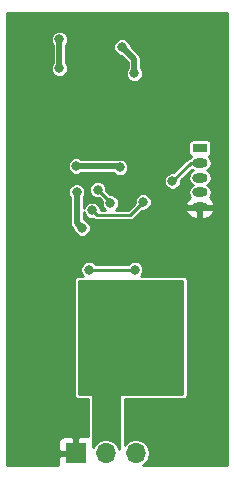
<source format=gbr>
G04 #@! TF.GenerationSoftware,KiCad,Pcbnew,5.0.0-rc2-be01b52~65~ubuntu17.10.1*
G04 #@! TF.CreationDate,2018-06-21T16:11:27-04:00*
G04 #@! TF.ProjectId,pmtcmini-h10721,706D74636D696E692D6831303732312E,rev?*
G04 #@! TF.SameCoordinates,Original*
G04 #@! TF.FileFunction,Copper,L2,Bot,Signal*
G04 #@! TF.FilePolarity,Positive*
%FSLAX46Y46*%
G04 Gerber Fmt 4.6, Leading zero omitted, Abs format (unit mm)*
G04 Created by KiCad (PCBNEW 5.0.0-rc2-be01b52~65~ubuntu17.10.1) date Thu Jun 21 16:11:27 2018*
%MOMM*%
%LPD*%
G01*
G04 APERTURE LIST*
G04 #@! TA.AperFunction,ComponentPad*
%ADD10R,1.300000X0.800000*%
G04 #@! TD*
G04 #@! TA.AperFunction,ComponentPad*
%ADD11O,1.300000X0.800000*%
G04 #@! TD*
G04 #@! TA.AperFunction,ComponentPad*
%ADD12R,1.700000X1.700000*%
G04 #@! TD*
G04 #@! TA.AperFunction,ComponentPad*
%ADD13O,1.700000X1.700000*%
G04 #@! TD*
G04 #@! TA.AperFunction,ViaPad*
%ADD14C,0.800000*%
G04 #@! TD*
G04 #@! TA.AperFunction,Conductor*
%ADD15C,0.250000*%
G04 #@! TD*
G04 #@! TA.AperFunction,Conductor*
%ADD16C,0.500000*%
G04 #@! TD*
G04 #@! TA.AperFunction,Conductor*
%ADD17C,0.254000*%
G04 #@! TD*
G04 APERTURE END LIST*
D10*
G04 #@! TO.P,J2,1*
G04 #@! TO.N,+3V3*
X141450000Y-65450000D03*
D11*
G04 #@! TO.P,J2,2*
G04 #@! TO.N,/SWDIO*
X141450000Y-66700000D03*
G04 #@! TO.P,J2,3*
G04 #@! TO.N,/SWCLK*
X141450000Y-67950000D03*
G04 #@! TO.P,J2,4*
G04 #@! TO.N,/RESET*
X141450000Y-69200000D03*
G04 #@! TO.P,J2,5*
G04 #@! TO.N,GND*
X141450000Y-70450000D03*
G04 #@! TD*
D12*
G04 #@! TO.P,J1,1*
G04 #@! TO.N,GND*
X130950000Y-91300000D03*
D13*
G04 #@! TO.P,J1,2*
G04 #@! TO.N,/PMT_ADJ*
X133490000Y-91300000D03*
G04 #@! TO.P,J1,3*
G04 #@! TO.N,/PMT_VDD*
X136030000Y-91300000D03*
G04 #@! TD*
D14*
G04 #@! TO.N,Net-(R4-Pad1)*
X133875000Y-70089597D03*
X132800000Y-68975000D03*
G04 #@! TO.N,GND*
X140900000Y-88600000D03*
X143050000Y-55350000D03*
X130900000Y-87300000D03*
X139300000Y-70650000D03*
X129600000Y-63700000D03*
X135900000Y-63650000D03*
X133600000Y-72000000D03*
X126225000Y-70275000D03*
X130100000Y-59950000D03*
X129400000Y-76325000D03*
G04 #@! TO.N,+3V3*
X129550000Y-56250000D03*
X129550000Y-58700000D03*
X135900000Y-59125000D03*
X134850000Y-56900000D03*
X131475000Y-72225000D03*
X131025000Y-69175000D03*
X130975000Y-66975000D03*
X134675000Y-67100000D03*
G04 #@! TO.N,GND*
X142150000Y-63275000D03*
G04 #@! TO.N,/SWDIO*
X139125000Y-68250000D03*
G04 #@! TO.N,/RESET*
X132325000Y-70725000D03*
X136650000Y-70025000D03*
G04 #@! TO.N,GNDA*
X135350000Y-85450000D03*
X136550000Y-79200000D03*
X132385000Y-85650000D03*
G04 #@! TO.N,/PMT_EN*
X132050000Y-75750000D03*
X135950000Y-75750000D03*
G04 #@! TD*
D15*
G04 #@! TO.N,Net-(R4-Pad1)*
X133875000Y-70089597D02*
X133875000Y-70050000D01*
X133875000Y-70050000D02*
X132800000Y-68975000D01*
D16*
G04 #@! TO.N,+3V3*
X129550000Y-58700000D02*
X129550000Y-56250000D01*
X135900000Y-57950000D02*
X134850000Y-56900000D01*
X135900000Y-59125000D02*
X135900000Y-57950000D01*
X134550000Y-66975000D02*
X134675000Y-67100000D01*
X130975000Y-66975000D02*
X134550000Y-66975000D01*
X131025000Y-71775000D02*
X131475000Y-72225000D01*
X131025000Y-69175000D02*
X131025000Y-71775000D01*
D15*
G04 #@! TO.N,/SWDIO*
X140750000Y-66700000D02*
X141450000Y-66700000D01*
X140675000Y-66700000D02*
X140750000Y-66700000D01*
X139125000Y-68250000D02*
X140675000Y-66700000D01*
G04 #@! TO.N,/RESET*
X141450000Y-69200000D02*
X141200000Y-69200000D01*
X135550001Y-71124999D02*
X136650000Y-70025000D01*
X132325000Y-70725000D02*
X132724999Y-71124999D01*
X132724999Y-71124999D02*
X135550001Y-71124999D01*
G04 #@! TO.N,/PMT_EN*
X132050000Y-75750000D02*
X135950000Y-75750000D01*
G04 #@! TD*
D17*
G04 #@! TO.N,GNDA*
G36*
X139973000Y-86273000D02*
X134750000Y-86273000D01*
X134701399Y-86282667D01*
X134660197Y-86310197D01*
X134632667Y-86351399D01*
X134623000Y-86400000D01*
X134623000Y-90962877D01*
X134598709Y-90840758D01*
X134338569Y-90451431D01*
X133949242Y-90191291D01*
X133605920Y-90123000D01*
X133374080Y-90123000D01*
X133030758Y-90191291D01*
X132641431Y-90451431D01*
X132427000Y-90772350D01*
X132427000Y-86400000D01*
X132417333Y-86351399D01*
X132389803Y-86310197D01*
X132348601Y-86282667D01*
X132300000Y-86273000D01*
X131227000Y-86273000D01*
X131227000Y-76727000D01*
X139973000Y-76727000D01*
X139973000Y-86273000D01*
X139973000Y-86273000D01*
G37*
X139973000Y-86273000D02*
X134750000Y-86273000D01*
X134701399Y-86282667D01*
X134660197Y-86310197D01*
X134632667Y-86351399D01*
X134623000Y-86400000D01*
X134623000Y-90962877D01*
X134598709Y-90840758D01*
X134338569Y-90451431D01*
X133949242Y-90191291D01*
X133605920Y-90123000D01*
X133374080Y-90123000D01*
X133030758Y-90191291D01*
X132641431Y-90451431D01*
X132427000Y-90772350D01*
X132427000Y-86400000D01*
X132417333Y-86351399D01*
X132389803Y-86310197D01*
X132348601Y-86282667D01*
X132300000Y-86273000D01*
X131227000Y-86273000D01*
X131227000Y-76727000D01*
X139973000Y-76727000D01*
X139973000Y-86273000D01*
G04 #@! TO.N,GND*
G36*
X143748001Y-92298000D02*
X136654930Y-92298000D01*
X136878569Y-92148569D01*
X137138709Y-91759242D01*
X137230058Y-91300000D01*
X137138709Y-90840758D01*
X136878569Y-90451431D01*
X136489242Y-90191291D01*
X136145920Y-90123000D01*
X135914080Y-90123000D01*
X135570758Y-90191291D01*
X135181431Y-90451431D01*
X135077000Y-90607723D01*
X135077000Y-86727000D01*
X140100000Y-86727000D01*
X140225137Y-86702109D01*
X140331224Y-86631224D01*
X140402109Y-86525137D01*
X140427000Y-86400000D01*
X140427000Y-76600000D01*
X140402109Y-76474863D01*
X140331224Y-76368776D01*
X140225137Y-76297891D01*
X140100000Y-76273000D01*
X136455134Y-76273000D01*
X136566321Y-76161813D01*
X136677000Y-75894609D01*
X136677000Y-75605391D01*
X136566321Y-75338187D01*
X136361813Y-75133679D01*
X136094609Y-75023000D01*
X135805391Y-75023000D01*
X135538187Y-75133679D01*
X135373866Y-75298000D01*
X132626134Y-75298000D01*
X132461813Y-75133679D01*
X132194609Y-75023000D01*
X131905391Y-75023000D01*
X131638187Y-75133679D01*
X131433679Y-75338187D01*
X131323000Y-75605391D01*
X131323000Y-75894609D01*
X131433679Y-76161813D01*
X131544866Y-76273000D01*
X131100000Y-76273000D01*
X130974863Y-76297891D01*
X130868776Y-76368776D01*
X130797891Y-76474863D01*
X130773000Y-76600000D01*
X130773000Y-86400000D01*
X130797891Y-86525137D01*
X130868776Y-86631224D01*
X130974863Y-86702109D01*
X131100000Y-86727000D01*
X131973000Y-86727000D01*
X131973000Y-89834340D01*
X131926310Y-89815000D01*
X131235750Y-89815000D01*
X131077000Y-89973750D01*
X131077000Y-91173000D01*
X131097000Y-91173000D01*
X131097000Y-91427000D01*
X131077000Y-91427000D01*
X131077000Y-91447000D01*
X130823000Y-91447000D01*
X130823000Y-91427000D01*
X129623750Y-91427000D01*
X129465000Y-91585750D01*
X129465000Y-92276309D01*
X129473985Y-92298000D01*
X125127000Y-92298000D01*
X125127000Y-90323691D01*
X129465000Y-90323691D01*
X129465000Y-91014250D01*
X129623750Y-91173000D01*
X130823000Y-91173000D01*
X130823000Y-89973750D01*
X130664250Y-89815000D01*
X129973690Y-89815000D01*
X129740301Y-89911673D01*
X129561673Y-90090302D01*
X129465000Y-90323691D01*
X125127000Y-90323691D01*
X125127000Y-69030391D01*
X130298000Y-69030391D01*
X130298000Y-69319609D01*
X130408679Y-69586813D01*
X130448000Y-69626134D01*
X130448001Y-71718167D01*
X130436696Y-71775000D01*
X130453044Y-71857183D01*
X130481479Y-72000134D01*
X130609007Y-72190994D01*
X130657186Y-72223186D01*
X130748000Y-72314000D01*
X130748000Y-72369609D01*
X130858679Y-72636813D01*
X131063187Y-72841321D01*
X131330391Y-72952000D01*
X131619609Y-72952000D01*
X131886813Y-72841321D01*
X132091321Y-72636813D01*
X132202000Y-72369609D01*
X132202000Y-72080391D01*
X132091321Y-71813187D01*
X131886813Y-71608679D01*
X131619609Y-71498000D01*
X131602000Y-71498000D01*
X131602000Y-70879266D01*
X131708679Y-71136813D01*
X131913187Y-71341321D01*
X132180391Y-71452000D01*
X132400812Y-71452000D01*
X132436865Y-71476090D01*
X132548637Y-71550774D01*
X132724998Y-71585854D01*
X132769516Y-71576999D01*
X135505483Y-71576999D01*
X135550001Y-71585854D01*
X135594519Y-71576999D01*
X135726363Y-71550774D01*
X135875875Y-71450873D01*
X135901094Y-71413130D01*
X136562224Y-70752000D01*
X136794609Y-70752000D01*
X136832939Y-70736123D01*
X140205334Y-70736123D01*
X140215013Y-70812969D01*
X140428893Y-71162278D01*
X140760167Y-71403149D01*
X141158402Y-71498912D01*
X141323000Y-71333756D01*
X141323000Y-70577000D01*
X141577000Y-70577000D01*
X141577000Y-71333756D01*
X141741598Y-71498912D01*
X142139833Y-71403149D01*
X142471107Y-71162278D01*
X142684987Y-70812969D01*
X142694666Y-70736123D01*
X142566998Y-70577000D01*
X141577000Y-70577000D01*
X141323000Y-70577000D01*
X140333002Y-70577000D01*
X140205334Y-70736123D01*
X136832939Y-70736123D01*
X137061813Y-70641321D01*
X137266321Y-70436813D01*
X137377000Y-70169609D01*
X137377000Y-69880391D01*
X137266321Y-69613187D01*
X137061813Y-69408679D01*
X136794609Y-69298000D01*
X136505391Y-69298000D01*
X136238187Y-69408679D01*
X136033679Y-69613187D01*
X135923000Y-69880391D01*
X135923000Y-70112776D01*
X135362777Y-70672999D01*
X134319732Y-70672999D01*
X134491321Y-70501410D01*
X134602000Y-70234206D01*
X134602000Y-69944988D01*
X134491321Y-69677784D01*
X134286813Y-69473276D01*
X134019609Y-69362597D01*
X133826821Y-69362597D01*
X133527000Y-69062776D01*
X133527000Y-68830391D01*
X133416321Y-68563187D01*
X133211813Y-68358679D01*
X132944609Y-68248000D01*
X132655391Y-68248000D01*
X132388187Y-68358679D01*
X132183679Y-68563187D01*
X132073000Y-68830391D01*
X132073000Y-69119609D01*
X132183679Y-69386813D01*
X132388187Y-69591321D01*
X132655391Y-69702000D01*
X132887776Y-69702000D01*
X133148000Y-69962224D01*
X133148000Y-70234206D01*
X133258679Y-70501410D01*
X133430268Y-70672999D01*
X133052000Y-70672999D01*
X133052000Y-70580391D01*
X132941321Y-70313187D01*
X132736813Y-70108679D01*
X132469609Y-69998000D01*
X132180391Y-69998000D01*
X131913187Y-70108679D01*
X131708679Y-70313187D01*
X131602000Y-70570734D01*
X131602000Y-69626134D01*
X131641321Y-69586813D01*
X131752000Y-69319609D01*
X131752000Y-69030391D01*
X131641321Y-68763187D01*
X131436813Y-68558679D01*
X131169609Y-68448000D01*
X130880391Y-68448000D01*
X130613187Y-68558679D01*
X130408679Y-68763187D01*
X130298000Y-69030391D01*
X125127000Y-69030391D01*
X125127000Y-68105391D01*
X138398000Y-68105391D01*
X138398000Y-68394609D01*
X138508679Y-68661813D01*
X138713187Y-68866321D01*
X138980391Y-68977000D01*
X139269609Y-68977000D01*
X139536813Y-68866321D01*
X139741321Y-68661813D01*
X139852000Y-68394609D01*
X139852000Y-68162224D01*
X140744336Y-67269889D01*
X140826815Y-67325000D01*
X140675863Y-67425863D01*
X140515182Y-67666339D01*
X140458758Y-67950000D01*
X140515182Y-68233661D01*
X140675863Y-68474137D01*
X140826815Y-68575000D01*
X140675863Y-68675863D01*
X140515182Y-68916339D01*
X140458758Y-69200000D01*
X140515182Y-69483661D01*
X140601218Y-69612423D01*
X140428893Y-69737722D01*
X140215013Y-70087031D01*
X140205334Y-70163877D01*
X140333002Y-70323000D01*
X141323000Y-70323000D01*
X141323000Y-70303000D01*
X141577000Y-70303000D01*
X141577000Y-70323000D01*
X142566998Y-70323000D01*
X142694666Y-70163877D01*
X142684987Y-70087031D01*
X142471107Y-69737722D01*
X142298782Y-69612423D01*
X142384818Y-69483661D01*
X142441242Y-69200000D01*
X142384818Y-68916339D01*
X142224137Y-68675863D01*
X142073185Y-68575000D01*
X142224137Y-68474137D01*
X142384818Y-68233661D01*
X142441242Y-67950000D01*
X142384818Y-67666339D01*
X142224137Y-67425863D01*
X142073185Y-67325000D01*
X142224137Y-67224137D01*
X142384818Y-66983661D01*
X142441242Y-66700000D01*
X142384818Y-66416339D01*
X142224137Y-66175863D01*
X142204359Y-66162648D01*
X142227589Y-66158027D01*
X142335754Y-66085754D01*
X142408027Y-65977589D01*
X142433406Y-65850000D01*
X142433406Y-65050000D01*
X142408027Y-64922411D01*
X142335754Y-64814246D01*
X142227589Y-64741973D01*
X142100000Y-64716594D01*
X140800000Y-64716594D01*
X140672411Y-64741973D01*
X140564246Y-64814246D01*
X140491973Y-64922411D01*
X140466594Y-65050000D01*
X140466594Y-65850000D01*
X140491973Y-65977589D01*
X140564246Y-66085754D01*
X140672411Y-66158027D01*
X140695641Y-66162648D01*
X140675863Y-66175863D01*
X140627231Y-66248647D01*
X140498638Y-66274225D01*
X140349126Y-66374126D01*
X140323909Y-66411867D01*
X139212776Y-67523000D01*
X138980391Y-67523000D01*
X138713187Y-67633679D01*
X138508679Y-67838187D01*
X138398000Y-68105391D01*
X125127000Y-68105391D01*
X125127000Y-66830391D01*
X130248000Y-66830391D01*
X130248000Y-67119609D01*
X130358679Y-67386813D01*
X130563187Y-67591321D01*
X130830391Y-67702000D01*
X131119609Y-67702000D01*
X131386813Y-67591321D01*
X131426134Y-67552000D01*
X134098866Y-67552000D01*
X134263187Y-67716321D01*
X134530391Y-67827000D01*
X134819609Y-67827000D01*
X135086813Y-67716321D01*
X135291321Y-67511813D01*
X135402000Y-67244609D01*
X135402000Y-66955391D01*
X135291321Y-66688187D01*
X135086813Y-66483679D01*
X134819609Y-66373000D01*
X134530391Y-66373000D01*
X134470035Y-66398000D01*
X131426134Y-66398000D01*
X131386813Y-66358679D01*
X131119609Y-66248000D01*
X130830391Y-66248000D01*
X130563187Y-66358679D01*
X130358679Y-66563187D01*
X130248000Y-66830391D01*
X125127000Y-66830391D01*
X125127000Y-56105391D01*
X128823000Y-56105391D01*
X128823000Y-56394609D01*
X128933679Y-56661813D01*
X128973001Y-56701135D01*
X128973000Y-58248866D01*
X128933679Y-58288187D01*
X128823000Y-58555391D01*
X128823000Y-58844609D01*
X128933679Y-59111813D01*
X129138187Y-59316321D01*
X129405391Y-59427000D01*
X129694609Y-59427000D01*
X129961813Y-59316321D01*
X130166321Y-59111813D01*
X130277000Y-58844609D01*
X130277000Y-58555391D01*
X130166321Y-58288187D01*
X130127000Y-58248866D01*
X130127000Y-56755391D01*
X134123000Y-56755391D01*
X134123000Y-57044609D01*
X134233679Y-57311813D01*
X134438187Y-57516321D01*
X134705391Y-57627000D01*
X134761000Y-57627000D01*
X135323001Y-58189002D01*
X135323000Y-58673866D01*
X135283679Y-58713187D01*
X135173000Y-58980391D01*
X135173000Y-59269609D01*
X135283679Y-59536813D01*
X135488187Y-59741321D01*
X135755391Y-59852000D01*
X136044609Y-59852000D01*
X136311813Y-59741321D01*
X136516321Y-59536813D01*
X136627000Y-59269609D01*
X136627000Y-58980391D01*
X136516321Y-58713187D01*
X136477000Y-58673866D01*
X136477000Y-58006827D01*
X136488304Y-57949999D01*
X136477000Y-57893171D01*
X136443522Y-57724866D01*
X136315994Y-57534006D01*
X136267815Y-57501814D01*
X135577000Y-56811000D01*
X135577000Y-56755391D01*
X135466321Y-56488187D01*
X135261813Y-56283679D01*
X134994609Y-56173000D01*
X134705391Y-56173000D01*
X134438187Y-56283679D01*
X134233679Y-56488187D01*
X134123000Y-56755391D01*
X130127000Y-56755391D01*
X130127000Y-56701134D01*
X130166321Y-56661813D01*
X130277000Y-56394609D01*
X130277000Y-56105391D01*
X130166321Y-55838187D01*
X129961813Y-55633679D01*
X129694609Y-55523000D01*
X129405391Y-55523000D01*
X129138187Y-55633679D01*
X128933679Y-55838187D01*
X128823000Y-56105391D01*
X125127000Y-56105391D01*
X125127000Y-54002000D01*
X143748000Y-54002000D01*
X143748001Y-92298000D01*
X143748001Y-92298000D01*
G37*
X143748001Y-92298000D02*
X136654930Y-92298000D01*
X136878569Y-92148569D01*
X137138709Y-91759242D01*
X137230058Y-91300000D01*
X137138709Y-90840758D01*
X136878569Y-90451431D01*
X136489242Y-90191291D01*
X136145920Y-90123000D01*
X135914080Y-90123000D01*
X135570758Y-90191291D01*
X135181431Y-90451431D01*
X135077000Y-90607723D01*
X135077000Y-86727000D01*
X140100000Y-86727000D01*
X140225137Y-86702109D01*
X140331224Y-86631224D01*
X140402109Y-86525137D01*
X140427000Y-86400000D01*
X140427000Y-76600000D01*
X140402109Y-76474863D01*
X140331224Y-76368776D01*
X140225137Y-76297891D01*
X140100000Y-76273000D01*
X136455134Y-76273000D01*
X136566321Y-76161813D01*
X136677000Y-75894609D01*
X136677000Y-75605391D01*
X136566321Y-75338187D01*
X136361813Y-75133679D01*
X136094609Y-75023000D01*
X135805391Y-75023000D01*
X135538187Y-75133679D01*
X135373866Y-75298000D01*
X132626134Y-75298000D01*
X132461813Y-75133679D01*
X132194609Y-75023000D01*
X131905391Y-75023000D01*
X131638187Y-75133679D01*
X131433679Y-75338187D01*
X131323000Y-75605391D01*
X131323000Y-75894609D01*
X131433679Y-76161813D01*
X131544866Y-76273000D01*
X131100000Y-76273000D01*
X130974863Y-76297891D01*
X130868776Y-76368776D01*
X130797891Y-76474863D01*
X130773000Y-76600000D01*
X130773000Y-86400000D01*
X130797891Y-86525137D01*
X130868776Y-86631224D01*
X130974863Y-86702109D01*
X131100000Y-86727000D01*
X131973000Y-86727000D01*
X131973000Y-89834340D01*
X131926310Y-89815000D01*
X131235750Y-89815000D01*
X131077000Y-89973750D01*
X131077000Y-91173000D01*
X131097000Y-91173000D01*
X131097000Y-91427000D01*
X131077000Y-91427000D01*
X131077000Y-91447000D01*
X130823000Y-91447000D01*
X130823000Y-91427000D01*
X129623750Y-91427000D01*
X129465000Y-91585750D01*
X129465000Y-92276309D01*
X129473985Y-92298000D01*
X125127000Y-92298000D01*
X125127000Y-90323691D01*
X129465000Y-90323691D01*
X129465000Y-91014250D01*
X129623750Y-91173000D01*
X130823000Y-91173000D01*
X130823000Y-89973750D01*
X130664250Y-89815000D01*
X129973690Y-89815000D01*
X129740301Y-89911673D01*
X129561673Y-90090302D01*
X129465000Y-90323691D01*
X125127000Y-90323691D01*
X125127000Y-69030391D01*
X130298000Y-69030391D01*
X130298000Y-69319609D01*
X130408679Y-69586813D01*
X130448000Y-69626134D01*
X130448001Y-71718167D01*
X130436696Y-71775000D01*
X130453044Y-71857183D01*
X130481479Y-72000134D01*
X130609007Y-72190994D01*
X130657186Y-72223186D01*
X130748000Y-72314000D01*
X130748000Y-72369609D01*
X130858679Y-72636813D01*
X131063187Y-72841321D01*
X131330391Y-72952000D01*
X131619609Y-72952000D01*
X131886813Y-72841321D01*
X132091321Y-72636813D01*
X132202000Y-72369609D01*
X132202000Y-72080391D01*
X132091321Y-71813187D01*
X131886813Y-71608679D01*
X131619609Y-71498000D01*
X131602000Y-71498000D01*
X131602000Y-70879266D01*
X131708679Y-71136813D01*
X131913187Y-71341321D01*
X132180391Y-71452000D01*
X132400812Y-71452000D01*
X132436865Y-71476090D01*
X132548637Y-71550774D01*
X132724998Y-71585854D01*
X132769516Y-71576999D01*
X135505483Y-71576999D01*
X135550001Y-71585854D01*
X135594519Y-71576999D01*
X135726363Y-71550774D01*
X135875875Y-71450873D01*
X135901094Y-71413130D01*
X136562224Y-70752000D01*
X136794609Y-70752000D01*
X136832939Y-70736123D01*
X140205334Y-70736123D01*
X140215013Y-70812969D01*
X140428893Y-71162278D01*
X140760167Y-71403149D01*
X141158402Y-71498912D01*
X141323000Y-71333756D01*
X141323000Y-70577000D01*
X141577000Y-70577000D01*
X141577000Y-71333756D01*
X141741598Y-71498912D01*
X142139833Y-71403149D01*
X142471107Y-71162278D01*
X142684987Y-70812969D01*
X142694666Y-70736123D01*
X142566998Y-70577000D01*
X141577000Y-70577000D01*
X141323000Y-70577000D01*
X140333002Y-70577000D01*
X140205334Y-70736123D01*
X136832939Y-70736123D01*
X137061813Y-70641321D01*
X137266321Y-70436813D01*
X137377000Y-70169609D01*
X137377000Y-69880391D01*
X137266321Y-69613187D01*
X137061813Y-69408679D01*
X136794609Y-69298000D01*
X136505391Y-69298000D01*
X136238187Y-69408679D01*
X136033679Y-69613187D01*
X135923000Y-69880391D01*
X135923000Y-70112776D01*
X135362777Y-70672999D01*
X134319732Y-70672999D01*
X134491321Y-70501410D01*
X134602000Y-70234206D01*
X134602000Y-69944988D01*
X134491321Y-69677784D01*
X134286813Y-69473276D01*
X134019609Y-69362597D01*
X133826821Y-69362597D01*
X133527000Y-69062776D01*
X133527000Y-68830391D01*
X133416321Y-68563187D01*
X133211813Y-68358679D01*
X132944609Y-68248000D01*
X132655391Y-68248000D01*
X132388187Y-68358679D01*
X132183679Y-68563187D01*
X132073000Y-68830391D01*
X132073000Y-69119609D01*
X132183679Y-69386813D01*
X132388187Y-69591321D01*
X132655391Y-69702000D01*
X132887776Y-69702000D01*
X133148000Y-69962224D01*
X133148000Y-70234206D01*
X133258679Y-70501410D01*
X133430268Y-70672999D01*
X133052000Y-70672999D01*
X133052000Y-70580391D01*
X132941321Y-70313187D01*
X132736813Y-70108679D01*
X132469609Y-69998000D01*
X132180391Y-69998000D01*
X131913187Y-70108679D01*
X131708679Y-70313187D01*
X131602000Y-70570734D01*
X131602000Y-69626134D01*
X131641321Y-69586813D01*
X131752000Y-69319609D01*
X131752000Y-69030391D01*
X131641321Y-68763187D01*
X131436813Y-68558679D01*
X131169609Y-68448000D01*
X130880391Y-68448000D01*
X130613187Y-68558679D01*
X130408679Y-68763187D01*
X130298000Y-69030391D01*
X125127000Y-69030391D01*
X125127000Y-68105391D01*
X138398000Y-68105391D01*
X138398000Y-68394609D01*
X138508679Y-68661813D01*
X138713187Y-68866321D01*
X138980391Y-68977000D01*
X139269609Y-68977000D01*
X139536813Y-68866321D01*
X139741321Y-68661813D01*
X139852000Y-68394609D01*
X139852000Y-68162224D01*
X140744336Y-67269889D01*
X140826815Y-67325000D01*
X140675863Y-67425863D01*
X140515182Y-67666339D01*
X140458758Y-67950000D01*
X140515182Y-68233661D01*
X140675863Y-68474137D01*
X140826815Y-68575000D01*
X140675863Y-68675863D01*
X140515182Y-68916339D01*
X140458758Y-69200000D01*
X140515182Y-69483661D01*
X140601218Y-69612423D01*
X140428893Y-69737722D01*
X140215013Y-70087031D01*
X140205334Y-70163877D01*
X140333002Y-70323000D01*
X141323000Y-70323000D01*
X141323000Y-70303000D01*
X141577000Y-70303000D01*
X141577000Y-70323000D01*
X142566998Y-70323000D01*
X142694666Y-70163877D01*
X142684987Y-70087031D01*
X142471107Y-69737722D01*
X142298782Y-69612423D01*
X142384818Y-69483661D01*
X142441242Y-69200000D01*
X142384818Y-68916339D01*
X142224137Y-68675863D01*
X142073185Y-68575000D01*
X142224137Y-68474137D01*
X142384818Y-68233661D01*
X142441242Y-67950000D01*
X142384818Y-67666339D01*
X142224137Y-67425863D01*
X142073185Y-67325000D01*
X142224137Y-67224137D01*
X142384818Y-66983661D01*
X142441242Y-66700000D01*
X142384818Y-66416339D01*
X142224137Y-66175863D01*
X142204359Y-66162648D01*
X142227589Y-66158027D01*
X142335754Y-66085754D01*
X142408027Y-65977589D01*
X142433406Y-65850000D01*
X142433406Y-65050000D01*
X142408027Y-64922411D01*
X142335754Y-64814246D01*
X142227589Y-64741973D01*
X142100000Y-64716594D01*
X140800000Y-64716594D01*
X140672411Y-64741973D01*
X140564246Y-64814246D01*
X140491973Y-64922411D01*
X140466594Y-65050000D01*
X140466594Y-65850000D01*
X140491973Y-65977589D01*
X140564246Y-66085754D01*
X140672411Y-66158027D01*
X140695641Y-66162648D01*
X140675863Y-66175863D01*
X140627231Y-66248647D01*
X140498638Y-66274225D01*
X140349126Y-66374126D01*
X140323909Y-66411867D01*
X139212776Y-67523000D01*
X138980391Y-67523000D01*
X138713187Y-67633679D01*
X138508679Y-67838187D01*
X138398000Y-68105391D01*
X125127000Y-68105391D01*
X125127000Y-66830391D01*
X130248000Y-66830391D01*
X130248000Y-67119609D01*
X130358679Y-67386813D01*
X130563187Y-67591321D01*
X130830391Y-67702000D01*
X131119609Y-67702000D01*
X131386813Y-67591321D01*
X131426134Y-67552000D01*
X134098866Y-67552000D01*
X134263187Y-67716321D01*
X134530391Y-67827000D01*
X134819609Y-67827000D01*
X135086813Y-67716321D01*
X135291321Y-67511813D01*
X135402000Y-67244609D01*
X135402000Y-66955391D01*
X135291321Y-66688187D01*
X135086813Y-66483679D01*
X134819609Y-66373000D01*
X134530391Y-66373000D01*
X134470035Y-66398000D01*
X131426134Y-66398000D01*
X131386813Y-66358679D01*
X131119609Y-66248000D01*
X130830391Y-66248000D01*
X130563187Y-66358679D01*
X130358679Y-66563187D01*
X130248000Y-66830391D01*
X125127000Y-66830391D01*
X125127000Y-56105391D01*
X128823000Y-56105391D01*
X128823000Y-56394609D01*
X128933679Y-56661813D01*
X128973001Y-56701135D01*
X128973000Y-58248866D01*
X128933679Y-58288187D01*
X128823000Y-58555391D01*
X128823000Y-58844609D01*
X128933679Y-59111813D01*
X129138187Y-59316321D01*
X129405391Y-59427000D01*
X129694609Y-59427000D01*
X129961813Y-59316321D01*
X130166321Y-59111813D01*
X130277000Y-58844609D01*
X130277000Y-58555391D01*
X130166321Y-58288187D01*
X130127000Y-58248866D01*
X130127000Y-56755391D01*
X134123000Y-56755391D01*
X134123000Y-57044609D01*
X134233679Y-57311813D01*
X134438187Y-57516321D01*
X134705391Y-57627000D01*
X134761000Y-57627000D01*
X135323001Y-58189002D01*
X135323000Y-58673866D01*
X135283679Y-58713187D01*
X135173000Y-58980391D01*
X135173000Y-59269609D01*
X135283679Y-59536813D01*
X135488187Y-59741321D01*
X135755391Y-59852000D01*
X136044609Y-59852000D01*
X136311813Y-59741321D01*
X136516321Y-59536813D01*
X136627000Y-59269609D01*
X136627000Y-58980391D01*
X136516321Y-58713187D01*
X136477000Y-58673866D01*
X136477000Y-58006827D01*
X136488304Y-57949999D01*
X136477000Y-57893171D01*
X136443522Y-57724866D01*
X136315994Y-57534006D01*
X136267815Y-57501814D01*
X135577000Y-56811000D01*
X135577000Y-56755391D01*
X135466321Y-56488187D01*
X135261813Y-56283679D01*
X134994609Y-56173000D01*
X134705391Y-56173000D01*
X134438187Y-56283679D01*
X134233679Y-56488187D01*
X134123000Y-56755391D01*
X130127000Y-56755391D01*
X130127000Y-56701134D01*
X130166321Y-56661813D01*
X130277000Y-56394609D01*
X130277000Y-56105391D01*
X130166321Y-55838187D01*
X129961813Y-55633679D01*
X129694609Y-55523000D01*
X129405391Y-55523000D01*
X129138187Y-55633679D01*
X128933679Y-55838187D01*
X128823000Y-56105391D01*
X125127000Y-56105391D01*
X125127000Y-54002000D01*
X143748000Y-54002000D01*
X143748001Y-92298000D01*
G04 #@! TD*
M02*

</source>
